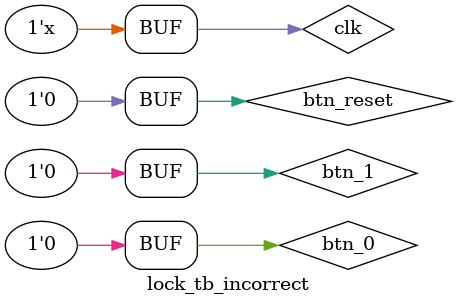
<source format=v>
`timescale 1ns/1ns

module lock_tb_incorrect();
reg clk=0;
reg btn_reset=0;
reg btn_0 = 0;
reg btn_1 = 0;
wire unlock;

always clk = #5 ~clk;

lock_top i_uut(
	.clk(clk),
	.btn_reset(btn_reset),
	.btn_0(btn_0),
	.btn_1(btn_1),
	.unlock(unlock)
);

initial begin
	btn_reset=1;
	#10;btn_reset=0;

	#10;btn_1 = 1;
	#10;btn_1 = 0;

	#100;btn_1 = 1;
	#10;btn_1 = 0;

	#10;btn_1 = 1;
	#10;btn_1 = 0;

	#100;btn_1 = 1;
	#10;btn_1 = 0;

	#10;btn_0 = 1;
	#10;btn_0 = 0;
	
end

endmodule
</source>
